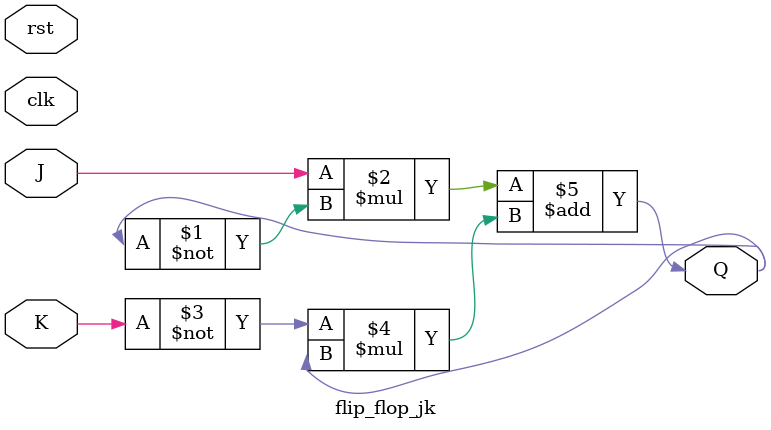
<source format=v>
module flip_flop_jk(
    input wire J,
    input wire K,
    input wire clk,
    input wire rst,   // reset asíncrono activo en alto
    output reg Q
);
   // always @(posedge clk or posedge rst) begin
     //   if (rst)
       //     Q <= 1'b0;
        //else begin
          //  case ({J, K})
            //    2'b00: Q <= Q;         // No cambia
              //  2'b01: Q <= 1'b0;      // Reset
                //2'b10: Q <= 1'b1;      // Set
             //   2'b11: Q <= ~Q;        // Toggle
            //endcase
        //end
    //end
assign Q=(J*~Q)+(~K*Q); //Funcion FlipFlopJk

endmodule
</source>
